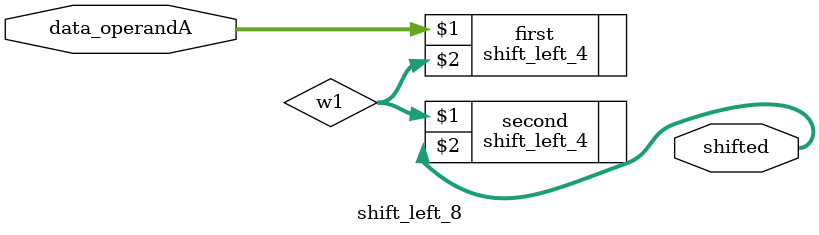
<source format=v>
module shift_left_8(data_operandA, shifted);
    
    input [31:0] data_operandA;
    output [31:0] shifted;

    wire [31:0] w1;
    shift_left_4 first(data_operandA, w1);
    shift_left_4 second(w1, shifted);

endmodule
</source>
